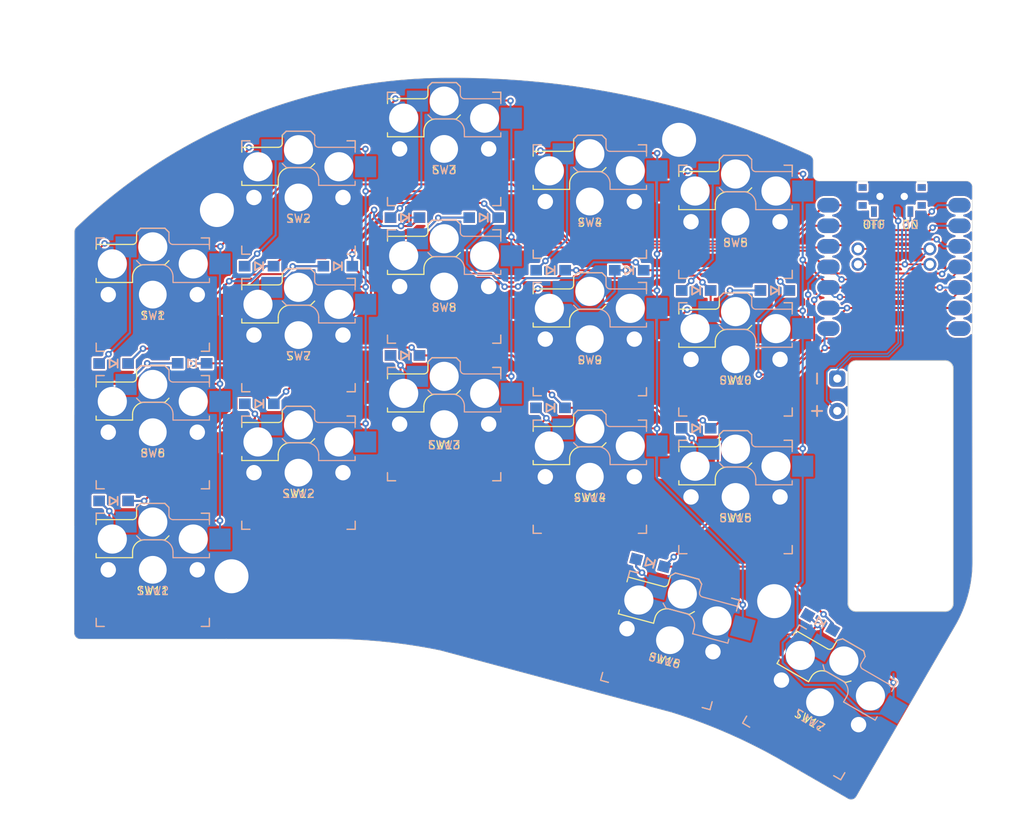
<source format=kicad_pcb>
(kicad_pcb (version 20240108) (generator "pcbnew") (generator_version "8.0")
  (title_block (title "Urxin") (comment 1 "Author: Diego Pereira"))
  (layers (0 "F.Cu" signal) (31 "B.Cu" signal) (34 "B.Paste" user) (35 "F.Paste" user) (36 "B.SilkS" user "B.Silkscreen") (37 "F.SilkS" user "F.Silkscreen") (38 "B.Mask" user) (39 "F.Mask" user) (44 "Edge.Cuts" user))
  (property "FOX" "THE QUICK BROWN FOX JUMPS OVER THE LAZY DOG")
  (property "fox" "the quick brown fox jumps over the lazy dog")
  (net 0 "")
  (net 1 "+5V")
  (net 2 "GND")
  (net 3 "R0")
  (net 4 "Net-(D1-A)")
  (net 5 "R1")
  (net 6 "Net-(D2-A)")
  (net 7 "Net-(D3-A)")
  (net 8 "R2")
  (net 9 "Net-(D4-A)")
  (net 10 "Net-(D5-A)")
  (net 11 "Net-(D6-A)")
  (net 12 "Net-(D7-A)")
  (net 13 "Net-(D8-A)")
  (net 14 "Net-(D9-A)")
  (net 15 "Net-(D10-A)")
  (net 16 "Net-(D11-A)")
  (net 17 "Net-(D12-A)")
  (net 18 "Net-(D13-A)")
  (net 19 "R3")
  (net 20 "Net-(D14-A)")
  (net 21 "Net-(D15-A)")
  (net 22 "Net-(D16-A)")
  (net 23 "Net-(D17-A)")
  (net 24 "Net-(J1-Pin_1)")
  (net 25 "B-")
  (net 27 "B+")
  (net 28 "C0")
  (net 29 "C1")
  (net 30 "C2")
  (net 31 "C3")
  (net 32 "C4")
  (net 33 "+3V3")
  (footprint "urxiao:Kailh_socket_PG1350_1.00u_optional_millmax_reversible" (layer "F.Cu") (at 57.001 79.1005)
    (property "Reference" "SW1")
    (property "Value" "SW_SPST")
  )
  (footprint "urxiao:XIAO_nRF52840_DUAL" (layer "F.Cu") (at 148.571 65.1775)
    (property "Reference" "U1" (hide yes))
    (property "Value" "XIAO_nRF52840" (hide yes))
  )
  (footprint "urxiao:Kailh_socket_PG1350_1.00u_optional_millmax_reversible" (layer "F.Cu") (at 93.001 95.1)
    (property "Reference" "SW13")
    (property "Value" "SW_SPST")
  )
  (footprint "urxiao:Kailh_socket_PG1350_1.00u_optional_millmax_reversible" (layer "F.Cu") (at 111 84.6)
    (property "Reference" "SW9")
    (property "Value" "SW_SPST")
  )
  (footprint "urxiao:Diode_TH_SMD_DUAL" (layer "F.Cu") (at 88.1635 86.6125 180)
    (property "Reference" "D13" (hide yes))
    (property "Value" "D_Small" (hide yes))
  )
  (footprint "urxiao:Diode_TH_SMD_DUAL" (layer "F.Cu") (at 79.8635 75.5875 180)
    (property "Reference" "D7" (hide yes))
    (property "Value" "D_Small" (hide yes))
  )
  (footprint "urxiao:Kailh_socket_PG1350_1.00u_optional_millmax_reversible" (layer "F.Cu") (at 129.001 87.1)
    (property "Reference" "SW10")
    (property "Value" "SW_SPST")
  )
  (footprint "urxiao:Hole_4.2mm" (layer "F.Cu") (at 133.775 116.975)
    (property "Reference" "H4" (hide yes))
    (property "Value" "MountingHole" (hide yes))
  )
  (footprint "urxiao:Diode_TH_SMD_DUAL" (layer "F.Cu") (at 115.8635 76.0875 180)
    (property "Reference" "D9" (hide yes))
    (property "Value" "D_Small" (hide yes))
  )
  (footprint "urxiao:Diode_TH_SMD_DUAL" (layer "F.Cu") (at 106.1635 76.0875 180)
    (property "Reference" "D4" (hide yes))
    (property "Value" "D_Small" (hide yes))
  )
  (footprint "urxiao:Kailh_socket_PG1350_1.00u_optional_millmax_reversible" (layer "F.Cu") (at 93.001 78.1)
    (property "Reference" "SW8")
    (property "Value" "SW_SPST")
  )
  (footprint "urxiao:Hole_4.2mm" (layer "F.Cu") (at 122.025 59.975)
    (property "Reference" "H2" (hide yes))
    (property "Value" "MountingHole" (hide yes))
  )
  (footprint "urxiao:Diode_TH_SMD_DUAL" (layer "F.Cu") (at 52.1635 87.6125 180)
    (property "Reference" "D1" (hide yes))
    (property "Value" "D_Small" (hide yes))
  )
  (footprint "urxiao:Diode_TH_SMD_DUAL" (layer "F.Cu") (at 70.1635 92.5875 180)
    (property "Reference" "D12" (hide yes))
    (property "Value" "D_Small" (hide yes))
  )
  (footprint "urxiao:Diode_TH_SMD_DUAL" (layer "F.Cu") (at 52.1635 104.5875 180)
    (property "Reference" "D11" (hide yes))
    (property "Value" "D_Small" (hide yes))
  )
  (footprint "urxiao:Diode_TH_SMD_DUAL" (layer "F.Cu") (at 97.8885 69.5875 180)
    (property "Reference" "D8" (hide yes))
    (property "Value" "D_Small" (hide yes))
  )
  (footprint "urxiao:Diode_TH_SMD_DUAL" (layer "F.Cu") (at 106.1385 93.0875 180)
    (property "Reference" "D14" (hide yes))
    (property "Value" "D_Small" (hide yes))
  )
  (footprint "urxiao:Battery" (layer "F.Cu") (at 141.575 91.475 90)
    (property "Reference" "J1" (hide yes))
    (property "Value" "BATT" (hide yes))
  )
  (footprint "urxiao:Diode_TH_SMD_DUAL" (layer "F.Cu") (at 133.8635 78.5875 180)
    (property "Reference" "D10" (hide yes))
    (property "Value" "D_Small" (hide yes))
  )
  (footprint "urxiao:Diode_TH_SMD_DUAL" (layer "F.Cu") (at 88.1635 69.5875 180)
    (property "Reference" "D3" (hide yes))
    (property "Value" "D_Small" (hide yes))
  )
  (footprint "urxiao:Kailh_socket_PG1350_1.00u_optional_millmax_reversible" (layer "F.Cu") (at 129.001 104.1)
    (property "Reference" "SW15")
    (property "Value" "SW_SPST")
  )
  (footprint "urxiao:Diode_TH_SMD_DUAL" (layer "F.Cu") (at 139.474 119.6062 150)
    (property "Reference" "D17" (hide yes))
    (property "Value" "D_Small" (hide yes))
  )
  (footprint "urxiao:Kailh_socket_PG1350_1.00u_optional_millmax_reversible" (layer "F.Cu") (at 93.001 61.1)
    (property "Reference" "SW3")
    (property "Value" "SW_SPST")
  )
  (footprint "urxiao:Diode_TH_SMD_DUAL" (layer "F.Cu") (at 70.1385 75.5875 180)
    (property "Reference" "D2" (hide yes))
    (property "Value" "D_Small" (hide yes))
  )
  (footprint "urxiao:Kailh_socket_PG1350_1.00u_optional_millmax_reversible" (layer "F.Cu") (at 111 67.6)
    (property "Reference" "SW4")
    (property "Value" "SW_SPST")
  )
  (footprint "urxiao:Kailh_socket_PG1350_1.00u_optional_millmax_reversible" (layer "F.Cu") (at 75.001 67.1005)
    (property "Reference" "SW2")
    (property "Value" "SW_SPST")
  )
  (footprint "urxiao:Kailh_socket_PG1350_1.00u_optional_millmax_reversible" (layer "F.Cu") (at 139.438 129.4786 -30)
    (property "Reference" "SW17")
    (property "Value" "SW_SPST")
  )
  (footprint "urxiao:Kailh_socket_PG1350_1.00u_optional_millmax_reversible" (layer "F.Cu") (at 120.9 121.7997 -15)
    (property "Reference" "SW16")
    (property "Value" "SW_SPST")
  )
  (footprint "urxiao:Kailh_socket_PG1350_1.00u_optional_millmax_reversible" (layer "F.Cu") (at 57.001 96.1005)
    (property "Reference" "SW6")
    (property "Value" "SW_SPST")
  )
  (footprint "urxiao:Diode_TH_SMD_DUAL" (layer "F.Cu") (at 118.4526 112.2501 165)
    (property "Reference" "D16" (hide yes))
    (property "Value" "D_Small" (hide yes))
  )
  (footprint "urxiao:Hole_4.2mm" (layer "F.Cu") (at 66.725 113.9)
    (property "Reference" "H3" (hide yes))
    (property "Value" "MountingHole" (hide yes))
  )
  (footprint "urxiao:Kailh_socket_PG1350_1.00u_optional_millmax_reversible" (layer "F.Cu") (at 129.001 70.1)
    (property "Reference" "SW5")
    (property "Value" "SW_SPST")
  )
  (footprint "urxiao:Kailh_socket_PG1350_1.00u_optional_millmax_reversible" (layer "F.Cu") (at 111 101.6)
    (property "Reference" "SW14")
    (property "Value" "SW_SPST")
  )
  (footprint "urxiao:Diode_TH_SMD_DUAL" (layer "F.Cu") (at 61.8635 87.5875 180)
    (property "Reference" "D6" (hide yes))
    (property "Value" "D_Small" (hide yes))
  )
  (footprint "urxiao:Kailh_socket_PG1350_1.00u_optional_millmax_reversible" (layer "F.Cu") (at 57.001 113.1005)
    (property "Reference" "SW11")
    (property "Value" "SW_SPST")
  )
  (footprint "urxiao:Kailh_socket_PG1350_1.00u_optional_millmax_reversible" (layer "F.Cu") (at 75.001 101.1005)
    (property "Reference" "SW12")
    (property "Value" "SW_SPST")
  )
  (footprint "urxiao:Diode_TH_SMD_DUAL" (layer "F.Cu") (at 124.1385 95.6125 180)
    (property "Reference" "D15" (hide yes))
    (property "Value" "D_Small" (hide yes))
  )
  (footprint "urxiao:Hole_4.2mm" (layer "F.Cu") (at 64.925 68.65)
    (property "Reference" "H1" (hide yes))
    (property "Value" "MountingHole" (hide yes))
  )
  (footprint "urxiao:Kailh_socket_PG1350_1.00u_optional_millmax_reversible" (layer "F.Cu") (at 75.001 84.1005)
    (property "Reference" "SW7")
    (property "Value" "SW_SPST")
  )
  (footprint "urxiao:Diode_TH_SMD_DUAL" (layer "F.Cu") (at 124.1385 78.5875 180)
    (property "Reference" "D5" (hide yes))
    (property "Value" "D_Small" (hide yes))
  )
  (footprint "urxiao:MSK-12C02_DUAL" (layer "B.Cu") (at 148.351 65.7025 180)
    (property "Reference" "PWR1" (hide yes))
    (property "Value" "SW_SPDT")
  )
  (gr_arc (start 142.9 88.25) (mid 143.192893 87.542893) (end 143.9 87.25) (stroke (width 0.1)) (layer "Edge.Cuts"))
  (gr_arc (start 155.9 117.25) (mid 155.607107 117.957107) (end 154.9 118.25) (stroke (width 0.1)) (layer "Edge.Cuts"))
  (gr_arc (start 48.05 121.65) (mid 47.51967 121.43033) (end 47.3 120.9) (stroke (width 0.05)) (layer "Edge.Cuts"))
  (gr_line (start 158.25 65.825) (end 158.25 86.375) (stroke (width 0.05)) (layer "Edge.Cuts"))
  (gr_arc (start 143.9 118.25) (mid 143.192893 117.957107) (end 142.9 117.25) (stroke (width 0.1)) (layer "Edge.Cuts"))
  (gr_arc (start 47.55 70.8) (mid 68.726271 57.113759) (end 93.480555 52.320731) (stroke (width 0.05)) (layer "Edge.Cuts"))
  (gr_line (start 155.9 88.25) (end 155.9 117.25) (stroke (width 0.1)) (layer "Edge.Cuts"))
  (gr_arc (start 78.65 121.65) (mid 85.639067 122.001372) (end 92.555019 123.069137) (stroke (width 0.05)) (layer "Edge.Cuts"))
  (gr_line (start 156.166593 119.976019) (end 143.923985 141.101401) (stroke (width 0.05)) (layer "Edge.Cuts"))
  (gr_arc (start 158.276969 112.099361) (mid 157.740287 116.176713) (end 156.166593 119.976019) (stroke (width 0.05)) (layer "Edge.Cuts"))
  (gr_arc (start 93.49 52.32) (mid 116.339354 54.639371) (end 138.139398 61.866441) (stroke (width 0.05)) (layer "Edge.Cuts"))
  (gr_arc (start 139.339999 65.07) (mid 138.835835 64.876758) (end 138.59 64.396042) (stroke (width 0.05)) (layer "Edge.Cuts"))
  (gr_arc (start 121.11 130.719939) (mid 128.138539 133.351227) (end 134.834825 136.74) (stroke (width 0.05)) (layer "Edge.Cuts"))
  (gr_line (start 48.05 121.65) (end 66.075 121.65) (stroke (width 0.05)) (layer "Edge.Cuts"))
  (gr_line (start 66.075 121.65) (end 78.65 121.65) (stroke (width 0.05)) (layer "Edge.Cuts"))
  (gr_line (start 138.59 64.396042) (end 138.591276 62.571772) (stroke (width 0.05)) (layer "Edge.Cuts"))
  (gr_arc (start 143.923985 141.101401) (mid 143.469103 141.449883) (end 142.9 141.375) (stroke (width 0.05)) (layer "Edge.Cuts"))
  (gr_line (start 154.9 118.25) (end 143.9 118.25) (stroke (width 0.1)) (layer "Edge.Cuts"))
  (gr_arc (start 47.330209 71.330622) (mid 47.387307 71.043439) (end 47.55 70.8) (stroke (width 0.05)) (layer "Edge.Cuts"))
  (gr_arc (start 154.9 87.25) (mid 155.607107 87.542893) (end 155.9 88.25) (stroke (width 0.1)) (layer "Edge.Cuts"))
  (gr_line (start 139.339999 65.07) (end 157.500206 65.075) (stroke (width 0.05)) (layer "Edge.Cuts"))
  (gr_line (start 134.834825 136.74) (end 142.9 141.375) (stroke (width 0.05)) (layer "Edge.Cuts"))
  (gr_line (start 92.555019 123.069137) (end 109.925 127.725) (stroke (width 0.05)) (layer "Edge.Cuts"))
  (gr_line (start 143.9 87.25) (end 154.9 87.25) (stroke (width 0.1)) (layer "Edge.Cuts"))
  (gr_line (start 158.25 86.375) (end 158.276969 112.099361) (stroke (width 0.05)) (layer "Edge.Cuts"))
  (gr_line (start 47.330209 71.330622) (end 47.3 120.9) (stroke (width 0.05)) (layer "Edge.Cuts"))
  (gr_line (start 109.925 127.725) (end 121.11 130.719939) (stroke (width 0.05)) (layer "Edge.Cuts"))
  (gr_arc (start 138.139398 61.866442) (mid 138.472494 62.150455) (end 138.591276 62.571772) (stroke (width 0.05)) (layer "Edge.Cuts"))
  (gr_arc (start 157.500206 65.075) (mid 158.03033 65.29467) (end 158.25 65.825) (stroke (width 0.05)) (layer "Edge.Cuts"))
  (gr_line (start 142.9 117.25) (end 142.9 88.25) (stroke (width 0.1)) (layer "Edge.Cuts"))
  (segment (start 66.438 77.438) (end 67.2543 76.6217) (width 0.25) (layer "F.Cu") (net 3))
  (segment (start 99.343 77.0625) (end 98.8055 76.525) (width 0.25) (layer "F.Cu") (net 3))
  (segment (start 135.546 85.479) (end 130.341 85.479) (width 0.25) (layer "F.Cu") (net 3))
  (segment (start 53.951 87.6125) (end 55.7925 85.771) (width 0.25) (layer "F.Cu") (net 3))
  (segment (start 137.975 79.1) (end 137.975 83.05) (width 0.25) (layer "F.Cu") (net 3))
  (segment (start 70.8808 75.5875) (end 71.926 75.5875) (width 0.25) (layer "F.Cu") (net 3))
  (segment (start 137.975 83.05) (end 135.546 85.479) (width 0.25) (layer "F.Cu") (net 3))
  (segment (start 93.971 76) (end 89.3826 76) (width 0.25) (layer "F.Cu") (net 3))
  (segment (start 67.2543 76.6217) (end 69.8467 76.6217) (width 0.25) (layer "F.Cu") (net 3))
  (segment (start 112.453 77.0717) (end 111.469 76.0875) (width 0.25) (layer "F.Cu") (net 3))
  (segment (start 155.486 77.225) (end 142.1 77.225) (width 0.2) (layer "F.Cu") (net 3))
  (segment (start 124.919 77.5808) (end 124.09 76.7518) (width 0.25) (layer "F.Cu") (net 3))
  (segment (start 106.976 77.0625) (end 99.343 77.0625) (width 0.25) (layer "F.Cu") (net 3))
  (segment (start 83.076 72.675) (end 85.126 70.625) (width 0.25) (layer "F.Cu") (net 3))
  (segment (start 128.054 83.379) (end 125.926 81.251) (width 0.25) (layer "F.Cu") (net 3))
  (segment (start 58.105 85.771) (end 66.438 77.438) (width 0.25) (layer "F.Cu") (net 3))
  (segment (start 125.926 78.5875) (end 124.919 77.5808) (width 0.25) (layer "F.Cu") (net 3))
  (segment (start 71.926 75.5875) (end 72.901 74.6125) (width 0.25) (layer "F.Cu") (net 3))
  (segment (start 89.3826 76) (end 88.9036 76.479) (width 0.25) (layer "F.Cu") (net 3))
  (segment (start 111.469 76.0875) (end 109.325 76.0875) (width 0.25) (layer "F.Cu") (net 3))
  (segment (start 88.9036 76.479) (end 83.63 76.479) (width 0.25) (layer "F.Cu") (net 3))
  (segment (start 124.09 76.7518) (end 118.999 76.7518) (width 0.25) (layer "F.Cu") (net 3))
  (segment (start 157.034 75.6775) (end 155.486 77.225) (width 0.2) (layer "F.Cu") (net 3))
  (segment (start 55.7925 85.771) (end 58.105 85.771) (width 0.25) (layer "F.Cu") (net 3))
  (segment (start 78.3625 74.6125) (end 84.35 68.625) (width 0.25) (layer "F.Cu") (net 3))
  (segment (start 87.675 70.625) (end 88.9135 70.625) (width 0.25) (layer "F.Cu") (net 3))
  (segment (start 109.325 76.0875) (end 107.951 76.0875) (width 0.25) (layer "F.Cu") (net 3))
  (segment (start 130.341 85.479) (end 128.241 83.379) (width 0.25) (layer "F.Cu") (net 3))
  (segment (start 128.241 83.379) (end 128.054 83.379) (width 0.25) (layer "F.Cu") (net 3))
  (segment (start 69.8467 76.6217) (end 70.8808 75.5875) (width 0.25) (layer "F.Cu") (net 3))
  (segment (start 118.679 77.0717) (end 112.453 77.0717) (width 0.25) (layer "F.Cu") (net 3))
  (segment (start 118.999 76.7518) (end 118.679 77.0717) (width 0.25) (layer "F.Cu") (net 3))
  (segment (start 125.926 81.251) (end 125.926 78.5875) (width 0.25) (layer "F.Cu") (net 3))
  (segment (start 83.63 76.479) (end 83.076 75.925) (width 0.25) (layer "F.Cu") (net 3))
  (segment (start 98.8055 76.525) (end 94.496 76.525) (width 0.25) (layer "F.Cu") (net 3))
  (segment (start 85.126 70.625) (end 87.675 70.625) (width 0.25) (layer "F.Cu") (net 3))
  (segment (start 88.9135 70.625) (end 89.951 69.5875) (width 0.25) (layer "F.Cu") (net 3))
  (segment (start 72.901 74.6125) (end 78.3625 74.6125) (width 0.25) (layer "F.Cu") (net 3))
  (segment (start 94.496 76.525) (end 93.971 76) (width 0.25) (layer "F.Cu") (net 3))
  (segment (start 83.076 75.925) (end 83.076 72.675) (width 0.25) (layer "F.Cu") (net 3))
  (segment (start 107.951 76.0875) (end 106.976 77.0625) (width 0.25) (layer "F.Cu") (net 3))
  (via (at 55.7925 85.771) (size 0.8) (drill 0.4) (layers "F.Cu" "B.Cu") (net 3))
  (via (at 66.438 77.438) (size 0.8) (drill 0.4) (layers "F.Cu" "B.Cu") (net 3))
  (via (at 124.919 77.5808) (size 0.8) (drill 0.4) (layers "F.Cu" "B.Cu") (net 3))
  (via (at 109.325 76.0875) (size 0.8) (drill 0.4) (layers "F.Cu" "B.Cu") (net 3))
  (via (at 137.975 79.1) (size 0.8) (drill 0.4) (layers "F.Cu" "B.Cu") (net 3))
  (via (at 142.1 77.225) (size 0.8) (drill 0.4) (layers "F.Cu" "B.Cu") (net 3))
  (via (at 87.675 70.625) (size 0.8) (drill 0.4) (layers "F.Cu" "B.Cu") (net 3))
  (via (at 84.35 68.625) (size 0.8) (drill 0.4) (layers "F.Cu" "B.Cu") (net 3))
  (segment (start 85.401 70.625) (end 87.675 70.625) (width 0.25) (layer "B.Cu") (net 3))
  (segment (start 107.951 76.0875) (end 109.325 76.0875) (width 0.25) (layer "B.Cu") (net 3))
  (segment (start 88.7125 69.5875) (end 87.675 70.625) (width 0.25) (layer "B.Cu") (net 3))
  (segment (start 84.35 69.574) (end 85.401 70.625) (width 0.25) (layer "B.Cu") (net 3))
  (segment (start 69.113 77.438) (end 66.438 77.438) (width 0.25) (layer "B.Cu") (net 3))
  (segment (start 71.926 75.5875) (end 70.9635 75.5875) (width 0.25) (layer "B.Cu") (net 3))
  (segment (start 142.1 77.225) (end 140.552 75.6775) (width 0.2) (layer "B.Cu") (net 3))
  (segment (start 137.975 77.7035) (end 137.975 79.1) (width 0.25) (layer "B.Cu") (net 3))
  (segment (start 70.9635 75.5875) (end 69.113 77.438) (width 0.25) (layer "B.Cu") (net 3))
  (segment (start 125.926 78.5875) (end 124.919 77.5808) (width 0.25) (layer "B.Cu") (net 3))
  (segment (start 84.35 68.625) (end 84.35 69.574) (width 0.25) (layer "B.Cu") (net 3))
  (segment (start 89.951 69.5875) (end 88.7125 69.5875) (width 0.25) (layer "B.Cu") (net 3))
  (segment (start 53.951 87.6125) (end 55.7925 85.771) (width 0.25) (layer "B.Cu") (net 3))
  (segment (start 140.001 75.6775) (end 137.975 77.7035) (width 0.25) (layer "B.Cu") (net 3))
  (segment (start 48.701 75.124) (end 51.05 72.775) (width 0.25) (layer "F.Cu") (net 4))
  (segment (start 50.376 87.6125) (end 51.5318 86.4568) (width 0.25) (layer "F.Cu") (net 4))
  (via (at 51.5318 86.4568) (size 0.8) (drill 0.4) (layers "F.Cu" "B.Cu") (net 4))
  (via (at 51.05 72.775) (size 0.8) (drill 0.4) (layers "F.Cu" "B.Cu") (net 4))
  (segment (start 54.18 83.8085) (end 54.18 73.4611) (width 0.25) (layer "B.Cu") (net 4))
  (segment (start 51.05 72.775) (end 53.2755 72.775) (width 0.25) (layer "B.Cu") (net 4))
  (segment (start 50.376 87.6125) (end 51.5318 86.4568) (width 0.25) (layer "B.Cu") (net 4))
  (segment (start 51.5318 86.4568) (end 54.18 83.8085) (width 0.25) (layer "B.Cu") (net 4))
  (segment (start 62.025 87.625) (end 63.6135 87.625) (width 0.25) (layer "F.Cu") (net 5))
  (segment (start 86.1742 67.7768) (end 97.8652 67.7768) (width 0.25) (layer "F.Cu") (net 5))
  (segment (start 157.141 78.2175) (end 155.958 79.4) (width 0.2) (layer "F.Cu") (net 5))
  (segment (start 81.651 72.3) (end 86.1742 67.7768) (width 0.25) (layer "F.Cu") (net 5))
  (segment (start 134.544 77.4808) (end 135.651 78.5875) (width 0.25) (layer "F.Cu") (net 5))
  (segment (start 97.8652 67.7768) (end 97.9442 67.8558) (width 0.25) (layer "F.Cu") (net 5))
  (segment (start 135.039 88.975) (end 131.9 88.975) (width 0.25) (layer "F.Cu") (net 5))
  (segment (start 83.956 79.519) (end 83.956 77.856) (width 0.25) (layer "F.Cu") (net 5))
  (segment (start 155.958 79.4) (end 141.9 79.4) (width 0.2) (layer "F.Cu") (net 5))
  (segment (start 79.5827 82.4795) (end 80.9955 82.4795) (width 0.25) (layer "F.Cu") (net 5))
  (segment (start 80.9955 82.4795) (end 83.956 79.519) (width 0.25) (layer "F.Cu") (net 5))
  (segment (start 97.9442 67.8558) (end 99.676 69.5875) (width 0.25) (layer "F.Cu") (net 5))
  (segment (start 117.651 76.0875) (end 133.151 76.0875) (width 0.25) (layer "F.Cu") (net 5))
  (segment (start 138.725 85.2886) (end 135.039 88.975) (width 0.25) (layer "F.Cu") (net 5))
  (segment (start 74.4747 87.5875) (end 79.5827 82.4795) (width 0.25) (layer "F.Cu") (net 5))
  (segment (start 81.651 74.125) (end 81.651 72.3) (width 0.25) (layer "F.Cu") (net 5))
  (segment (start 117.651 76.0875) (end 116.676 75.1125) (width 0.25) (layer "F.Cu") (net 5))
  (segment (start 63.651 87.5875) (end 74.4747 87.5875) (width 0.25) (layer "F.Cu") (net 5))
  (segment (start 100.475 78.125) (end 102.1 78.125) (width 0.25) (layer "F.Cu") (net 5))
  (segment (start 83.956 77.856) (end 81.6875 75.5875) (width 0.25) (layer "F.Cu") (net 5))
  (segment (start 102.1 78.125) (end 102.125 78.1) (width 0.25) (layer "F.Cu") (net 5))
  (segment (start 81.651 75.5875) (end 81.651 74.125) (width 0.25) (layer "F.Cu") (net 5))
  (segment (start 131.9 88.975) (end 131.875 89) (width 0.25) (layer "F.Cu") (net 5))
  (segment (start 138.725 79.75) (end 138.725 85.2886) (width 0.25) (layer "F.Cu") (net 5))
  (segment (start 133.151 76.0875) (end 134.544 77.4808) (width 0.25) (layer "F.Cu") (net 5))
  (via (at 116.676 75.1125) (size 0.8) (drill 0.4) (layers "F.Cu" "B.Cu") (net 5))
  (via (at 102.125 78.1) (size 0.8) (drill 0.4) (layers "F.Cu" "B.Cu") (net 5))
  (via (at 131.875 89) (size 0.8) (drill 0.4) (layers "F.Cu" "B.Cu") (net 5))
  (via (at 138.725 79.75) (size 0.8) (drill 0.4) (layers "F.Cu" "B.Cu") (net 5))
  (via (at 97.9442 67.8558) (size 0.8) (drill 0.4) (layers "F.Cu" "B.Cu") (net 5))
  (via (at 100.475 78.125) (size 0.8) (drill 0.4) (layers "F.Cu" "B.Cu") (net 5))
  (via (at 141.9 79.4) (size 0.8) (drill 0.4) (layers "F.Cu" "B.Cu") (net 5))
  (via (at 62.025 87.625) (size 0.8) (drill 0.4) (layers "F.Cu" "B.Cu") (net 5))
  (via (at 81.651 74.125) (size 0.8) (drill 0.4) (layers "F.Cu" "B.Cu") (net 5))
  (via (at 134.544 77.4808) (size 0.8) (drill 0.4) (layers "F.Cu" "B.Cu") (net 5))
  (segment (start 111.506 75.1125) (end 116.676 75.1125) (width 0.25) (layer "B.Cu") (net 5))
  (segment (start 135.651 78.5875) (end 134.544 77.4808) (width 0.25) (layer "B.Cu") (net 5))
  (segment (start 103.162 77.0625) (end 109.556 77.0625) (width 0.25) (layer "B.Cu") (net 5))
  (segment (start 131.822 88.947) (end 131.875 89) (width 0.25) (layer "B.Cu") (net 5))
  (segment (start 131.822 82.354) (end 131.822 88.947) (width 0.25) (layer "B.Cu") (net 5))
  (segment (start 62.0625 87.5875) (end 62.025 87.625) (width 0.25) (layer "B.Cu") (net 5))
  (segment (start 141.184 79.4) (end 140.001 78.2175) (width 0.2) (layer "B.Cu") (net 5))
  (segment (start 99 76.65) (end 100.475 78.125) (width 0.25) (layer "B.Cu") (net 5))
  (segment (start 141.9 79.4) (end 141.184 79.4) (width 0.2) (layer "B.Cu") (net 5))
  (segment (start 97.175 76.65) (end 99 76.65) (width 0.25) (layer "B.Cu") (net 5))
  (segment (start 140.001 78.474) (end 138.725 79.75) (width 0.25) (layer "B.Cu") (net 5))
  (segment (start 99.676 69.5875) (end 97.9442 67.8558) (width 0.25) (layer "B.Cu") (net 5))
  (segment (start 95.822 73.379) (end 95.822 75.297) (width 0.25) (layer "B.Cu") (net 5))
  (segment (start 81.651 75.5875) (end 81.651 74.125) (width 0.25) (layer "B.Cu") (net 5))
  (segment (start 99.6135 69.5875) (end 95.822 73.379) (width 0.25) (layer "B.Cu") (net 5))
  (segment (start 95.822 75.297) (end 97.175 76.65) (width 0.25) (layer "B.Cu") (net 5))
  (segment (start 109.556 77.0625) (end 111.506 75.1125) (width 0.25) (layer "B.Cu") (net 5))
  (segment (start 116.676 75.1125) (end 117.651 76.0875) (width 0.25) (layer "B.Cu") (net 5))
  (segment (start 63.651 87.5875) (end 62.0625 87.5875) (width 0.25) (layer "B.Cu") (net 5))
  (segment (start 135.588 78.5875) (end 131.822 82.354) (width 0.25) (layer "B.Cu") (net 5))
  (segment (start 102.125 78.1) (end 103.162 77.0625) (width 0.25) (layer "B.Cu") (net 5))
  (segment (start 68.351 75.5875) (end 69.8942 74.0442) (width 0.25) (layer "F.Cu") (net 6))
  (segment (start 66.701 63.3005) (end 68.875 61.1265) (width 0.25) (layer "F.Cu") (net 6))
  (segment (start 68.875 61.1265) (end 68.875 60.925) (width 0.25) (layer "F.Cu") (net 6))
  (via (at 69.8942 74.0442) (size 0.8) (drill 0.4) (layers "F.Cu" "B.Cu") (net 6))
  (via (at 68.875 60.925) (size 0.8) (drill 0.4) (layers "F.Cu" "B.Cu") (net 6))
  (segment (start 69.8942 74.0442) (end 68.351 75.5875) (width 0.25) (layer "B.Cu") (net 6))
  (segment (start 68.875 60.925) (end 71.4255 60.925) (width 0.25) (layer "B.Cu") (net 6))
  (segment (start 72.18 61.6795) (end 72.18 71.7585) (width 0.25) (layer "B.Cu") (net 6))
  (segment (start 72.18 71.7585) (end 69.8942 74.0442) (width 0.25) (layer "B.Cu") (net 6))
  (segment (start 86.376 69.5875) (end 87.5318 68.4318) (width 0.25) (layer "F.Cu") (net 7))
  (segment (start 84.701 57.3) (end 86.975 55.026) (width 0.25) (layer "F.Cu") (net 7))
  (segment (start 86.975 55.026) (end 86.975 54.875) (width 0.25) (layer "F.Cu") (net 7))
  (via (at 87.5318 68.4318) (size 0.8) (drill 0.4) (layers "F.Cu" "B.Cu") (net 7))
  (via (at 86.975 54.875) (size 0.8) (drill 0.4) (layers "F.Cu" "B.Cu") (net 7))
  (segment (start 86.975 54.875) (end 89.376 54.875) (width 0.25) (layer "B.Cu") (net 7))
  (segment (start 87.5318 68.4318) (end 90.18 65.7835) (width 0.25) (layer "B.Cu") (net 7))
  (segment (start 90.18 65.7835) (end 90.18 55.679) (width 0.25) (layer "B.Cu") (net 7))
  (segment (start 86.376 69.5875) (end 87.5318 68.4318) (width 0.25) (layer "B.Cu") (net 7))
  (segment (start 73.4692 91.0692) (end 71.951 92.5875) (width 0.25) (layer "F.Cu") (net 8))
  (segment (start 71.951 92.5875) (end 70.976 91.6125) (width 0.25) (layer "F.Cu") (net 8))
  (segment (start 126.189 95.6125) (end 132.449 89.352) (width 0.25) (layer "F.Cu") (net 8))
  (segment (start 141.502 84.5225) (end 142.176 83.849) (width 0.25) (layer "F.Cu") (net 8))
  (segment (start 142.773 80.7575) (end 157.141 80.7575) (width 0.25) (layer "F.Cu") (net 8))
  (segment (start 119.146 93.0875) (end 107.926 93.0875) (width 0.25) (layer "F.Cu") (net 8))
  (segment (start 140.024 84.5225) (end 141.502 84.5225) (width 0.25) (layer "F.Cu") (net 8))
  (segment (start 67.3385 93.1865) (end 55.9375 104.588) (width 0.25) (layer "F.Cu") (net 8))
  (segment (start 78.901 85.6375) (end 73.4692 91.0692) (width 0.25) (layer "F.Cu") (net 8))
  (segment (start 55.9375 104.588) (end 53.9515 104.588) (width 0.25) (layer "F.Cu") (net 8))
  (segment (start 142.176 81.3549) (end 142.773 80.7575) (width 0.25) (layer "F.Cu") (net 8))
  (segment (start 67.3385 91.6125) (end 67.3385 93.1865) (width 0.25) (layer "F.Cu") (net 8))
  (segment (start 107.926 93.0875) (end 106.332 91.4932) (width 0.25) (layer "F.Cu") (net 8))
  (segment (start 142.176 83.849) (end 142.176 81.3549) (width 0.25) (layer "F.Cu") (net 8))
  (segment (start 136.322 88.225) (end 140.024 84.5225) (width 0.25) (layer "F.Cu") (net 8))
  (segment (start 124.951 94.6375) (end 120.696 94.6375) (width 0.25) (layer "F.Cu") (net 8))
  (segment (start 88.976 85.6375) (end 78.901 85.6375) (width 0.25) (layer "F.Cu") (net 8))
  (segment (start 135.195 89.352) (end 136.322 88.225) (width 0.25) (layer "F.Cu") (net 8))
  (segment (start 70.976 91.6125) (end 67.3385 91.6125) (width 0.25) (layer "F.Cu") (net 8))
  (segment (start 125.926 95.6125) (end 124.951 94.6375) (width 0.25) (layer "F.Cu") (net 8))
  (segment (start 101.451 86.6125) (end 89.951 86.6125) (width 0.25) (layer "F.Cu") (net 8))
  (segment (start 132.449 89.352) (end 135.195 89.352) (width 0.25) (layer "F.Cu") (net 8))
  (segment (start 120.696 94.6375) (end 119.146 93.0875) (width 0.25) (layer "F.Cu") (net 8))
  (segment (start 89.951 86.6125) (end 88.976 85.6375) (width 0.25) (layer "F.Cu") (net 8))
  (segment (start 106.332 91.4932) (end 101.451 86.6125) (width 0.25) (layer "F.Cu") (net 8))
  (via (at 55.9375 104.588) (size 0.8) (drill 0.4) (layers "F.Cu" "B.Cu") (net 8))
  (via (at 142.773 80.7575) (size 0.8) (drill 0.4) (layers "F.Cu" "B.Cu") (net 8))
  (via (at 124.951 94.6375) (size 0.8) (drill 0.4) (layers "F.Cu" "B.Cu") (net 8))
  (via (at 88.976 85.6375) (size 0.8) (drill 0.4) (layers "F.Cu" "B.Cu") (net 8))
  (via (at 73.4692 91.0692) (size 0.8) (drill 0.4) (layers "F.Cu" "B.Cu") (net 8))
  (via (at 106.332 91.4932) (size 0.8) (drill 0.4) (layers "F.Cu" "B.Cu") (net 8))
  (segment (start 89.951 86.6125) (end 88.976 85.6375) (width 0.25) (layer "B.Cu") (net 8))
  (segment (start 125.926 95.6125) (end 124.951 94.6375) (width 0.25) (layer "B.Cu") (net 8))
  (segment (start 71.951 92.5875) (end 73.4692 91.0692) (width 0.25) (layer "B.Cu") (net 8))
  (segment (start 140.001 80.7575) (end 142.773 80.7575) (width 0.25) (layer "B.Cu") (net 8))
  (segment (start 53.9515 104.588) (end 55.9375 104.588) (width 0.25) (layer "B.Cu") (net 8))
  (segment (start 107.926 93.0875) (end 106.332 91.4932) (width 0.25) (layer "B.Cu") (net 8))
  (segment (start 104.376 76.0875) (end 105.519 74.9442) (width 0.25) (layer "F.Cu") (net 9))
  (segment (start 102.7 63.5) (end 104.9 61.3) (width 0.25) (layer "F.Cu") (net 9))
  (via (at 104.9 61.3) (size 0.8) (drill 0.4) (layers "F.Cu" "B.Cu") (net 9))
  (via (at 105.519 74.9442) (size 0.8) (drill 0.4) (layers "F.Cu" "B.Cu") (net 9))
  (segment (start 105.519 74.9442) (end 108.179 72.2845) (width 0.25) (layer "B.Cu") (net 9))
  (segment (start 108.179 72.2845) (end 108.179 62.179) (width 0.25) (layer "B.Cu") (net 9))
  (segment (start 104.376 76.0875) (end 105.519 74.9442) (width 0.25) (layer "B.Cu") (net 9))
  (segment (start 104.9 61.3) (end 107.3 61.3) (width 0.25) (layer "B.Cu") (net 9))
  (segment (start 120.701 66.224) (end 123.1 63.825) (width 0.25) (layer "F.Cu") (net 10))
  (segment (start 122.351 78.5875) (end 123.532 77.4068) (width 0.25) (layer "F.Cu") (net 10))
  (via (at 123.532 77.4068) (size 0.8) (drill 0.4) (layers "F.Cu" "B.Cu") (net 10))
  (via (at 123.1 63.825) (size 0.8) (drill 0.4) (layers "F.Cu" "B.Cu") (net 10))
  (segment (start 123.532 77.4068) (end 126.18 74.7585) (width 0.25) (layer "B.Cu") (net 10))
  (segment (start 122.351 78.5875) (end 123.532 77.4068) (width 0.25) (layer "B.Cu") (net 10))
  (segment (start 123.1 63.825) (end 125.326 63.825) (width 0.25) (layer "B.Cu") (net 10))
  (segment (start 126.18 74.7585) (end 126.18 64.679) (width 0.25) (layer "B.Cu") (net 10))
  (segment (start 56.314 87.5875) (end 53.78 90.1215) (width 0.25) (layer "F.Cu") (net 11))
  (segment (start 50.88 90.1215) (end 48.701 92.3005) (width 0.25) (layer "F.Cu") (net 11))
  (segment (start 60.076 87.5875) (end 56.314 87.5875) (width 0.25) (layer "F.Cu") (net 11))
  (segment (start 53.78 90.1215) (end 50.88 90.1215) (width 0.25) (layer "F.Cu") (net 11))
  (via (at 56.314 87.5875) (size 0.8) (drill 0.4) (layers "F.Cu" "B.Cu") (net 11))
  (segment (start 53.701 90.2005) (end 56.314 87.5875) (width 0.25) (layer "B.Cu") (net 11))
  (segment (start 56.314 87.5875) (end 60.076 87.5875) (width 0.25) (layer "B.Cu") (net 11))
  (segment (start 74.314 75.5875) (end 74.2882 75.6132) (width 0.25) (layer "F.Cu") (net 12))
  (segment (start 73.329 76.5725) (end 74.2882 75.6132) (width 0.25) (layer "F.Cu") (net 12))
  (segment (start 78.076 75.5875) (end 74.314 75.5875) (width 0.25) (layer "F.Cu") (net 12))
  (segment (start 70.429 76.5725) (end 73.329 76.5725) (width 0.25) (layer "F.Cu") (net 12))
  (segment (start 66.701 80.3005) (end 70.429 76.5725) (width 0.25) (layer "F.Cu") (net 12))
  (via (at 74.2882 75.6132) (size 0.8) (drill 0.4) (layers "F.Cu" "B.Cu") (net 12))
  (segment (start 71.701 78.2005) (end 74.2882 75.6132) (width 0.25) (layer "B.Cu") (net 12))
  (segment (start 74.2882 75.6132) (end 74.314 75.5875) (width 0.25) (layer "B.Cu") (net 12))
  (segment (start 74.314 75.5875) (end 78.076 75.5875) (width 0.25) (layer "B.Cu") (net 12))
  (segment (start 92.2755 69.6255) (end 92.5005 69.6255) (width 0.25) (layer "F.Cu") (net 13))
  (segment (start 92.5385 69.5875) (end 96.101 69.5875) (width 0.25) (layer "F.Cu") (net 13))
  (segment (start 92.5005 69.6255) (end 92.5385 69.5875) (width 0.25) (layer "F.Cu") (net 13))
  (segment (start 89.78 72.121) (end 92.2755 69.6255) (width 0.25) (layer "F.Cu") (net 13))
  (segment (start 84.701 74.3) (end 86.88 72.121) (width 0.25) (layer "F.Cu") (net 13))
  (segment (start 86.88 72.121) (end 89.78 72.121) (width 0.25) (layer "F.Cu") (net 13))
  (via (at 92.2755 69.6255) (size 0.8) (drill 0.4) (layers "F.Cu" "B.Cu") (net 13))
  (segment (start 89.701 72.2) (end 92.2755 69.6255) (width 0.25) (layer "B.Cu") (net 13))
  (segment (start 92.3135 69.5875) (end 96.101 69.5875) (width 0.25) (layer "B.Cu") (net 13))
  (segment (start 92.2755 69.6255) (end 92.3135 69.5875) (width 0.25) (layer "B.Cu") (net 13))
  (segment (start 115.412 76.0875) (end 115.425 76.1) (width 0.25) (layer "F.Cu") (net 14))
  (segment (start 102.7 80.225) (end 104.575 78.35) (width 0.25) (layer "F.Cu") (net 14))
  (segment (start 114.076 76.0875) (end 115.412 76.0875) (width 0.25) (layer "F.Cu") (net 14))
  (via (at 104.575 78.35) (size 0.8) (drill 0.4) (layers "F.Cu" "B.Cu") (net 14))
  (via (at 115.425 76.1) (size 0.8) (drill 0.4) (layers "F.Cu" "B.Cu") (net 14))
  (segment (start 107.7 78.7) (end 109.879 80.879) (width 0.25) (layer "B.Cu") (net 14))
  (segment (start 109.879 80.879) (end 111.903 80.879) (width 0.25) (layer "B.Cu") (net 14))
  (segment (start 104.6 78.375) (end 107.375 78.375) (width 0.25) (layer "B.Cu") (net 14))
  (segment (start 104.575 78.35) (end 104.6 78.375) (width 0.25) (layer "B.Cu") (net 14))
  (segment (start 111.903 80.879) (end 114.076 78.7056) (width 0.25) (layer "B.Cu") (net 14))
  (segment (start 114.076 78.7056) (end 114.076 76.0875) (width 0.25) (layer "B.Cu") (net 14))
  (segment (start 115.425 76.1) (end 114.088 76.1) (width 0.25) (layer "B.Cu") (net 14))
  (segment (start 120.701 83.3) (end 123.025 80.976) (width 0.25) (layer "F.Cu") (net 15))
  (segment (start 123.025 80.976) (end 123.025 80.975) (width 0.25) (layer "F.Cu") (net 15))
  (segment (start 132.076 78.5875) (end 128.314 78.5875) (width 0.25) (layer "F.Cu") (net 15))
  (via (at 123.025 80.975) (size 0.8) (drill 0.4) (layers "F.Cu" "B.Cu") (net 15))
  (via (at 128.314 78.5875) (size 0.8) (drill 0.4) (layers "F.Cu" "B.Cu") (net 15))
  (segment (start 128.314 78.5875) (end 126.1633 80.7378) (width 0.25) (layer "B.Cu") (net 15))
  (segment (start 132.076 78.5875) (end 128.314 78.5875) (width 0.25) (layer "B.Cu") (net 15))
  (segment (start 123.025 80.975) (end 125.476 80.975) (width 0.25) (layer "B.Cu") (net 15))
  (segment (start 51.6318 105.843) (end 51.6318 106.588) (width 0.25) (layer "F.Cu") (net 16))
  (segment (start 50.376 104.588) (end 51.6318 105.843) (width 0.25) (layer "F.Cu") (net 16))
  (segment (start 51.6318 106.588) (end 48.9194 109.3) (width 0.25) (layer "F.Cu") (net 16))
  (via (at 51.6318 105.843) (size 0.8) (drill 0.4) (layers "F.Cu" "B.Cu") (net 16))
  (segment (start 51.0039 105.2155) (end 50.376 104.588) (width 0.25) (layer "B.Cu") (net 16))
  (segment (start 51.6318 105.843) (end 51.0039 105.2155) (width 0.25) (layer "B.Cu") (net 16))
  (segment (start 51.0039 105.2155) (end 50.376 104.5876) (width 0.25) (layer "B.Cu") (net 16))
  (segment (start 52.989 107.2) (end 51.6318 105.843) (width 0.25) (layer "B.Cu") (net 16))
  (segment (start 66.701 97.3005) (end 69.6192 94.3822) (width 0.25) (layer "F.Cu") (net 17))
  (segment (start 69.6192 94.3822) (end 69.6192 93.8308) (width 0.25) (layer "F.Cu") (net 17))
  (segment (start 69.6192 93.8308) (end 68.376 92.5875) (width 0.25) (layer "F.Cu") (net 17))
  (via (at 69.6192 93.8308) (size 0.8) (drill 0.4) (layers "F.Cu" "B.Cu") (net 17))
  (segment (start 70.989 95.2005) (end 69.6192 93.8308) (width 0.25) (layer "B.Cu") (net 17))
  (segment (start 69.6192 93.8308) (end 68.376 92.5875) (width 0.25) (layer "B.Cu") (net 17))
  (segment (start 84.9194 91.3) (end 87.6068 88.6127) (width 0.25) (layer "F.Cu") (net 18))
  (segment (start 87.6068 88.6127) (end 87.6068 87.8432) (width 0.25) (layer "F.Cu") (net 18))
  (segment (start 86.376 86.6125) (end 87.6068 87.8432) (width 0.25) (layer "F.Cu") (net 18))
  (via (at 87.6068 87.8432) (size 0.8) (drill 0.4) (layers "F.Cu" "B.Cu") (net 18))
  (segment (start 88.9635 89.2) (end 87.6068 87.8432) (width 0.25) (layer "B.Cu") (net 18))
  (segment (start 87.6068 87.8432) (end 86.376 86.6125) (width 0.25) (layer "B.Cu") (net 18))
  (segment (start 120.775 112.117) (end 120.7749 112.117) (width 0.25) (layer "F.Cu") (net 19))
  (segment (start 139.874 118.601) (end 133.985 112.713) (width 0.25) (layer "F.Cu") (net 19))
  (segment (start 120.179 112.713) (end 120.775 112.117) (width 0.25) (layer "F.Cu") (net 19))
  (segment (start 126.822 97.2974) (end 134.39 89.729) (width 0.25) (layer "F.Cu") (net 19))
  (segment (start 126.822 106.07) (end 126.822 97.2974) (width 0.25) (layer "F.Cu") (net 19))
  (segment (start 140.025 85.675) (end 140.95 85.675) (width 0.25) (layer "F.Cu") (net 19))
  (segment (start 134.39 89.729) (end 135.971 89.729) (width 0.25) (layer "F.Cu") (net 19))
  (segment (start 141.022 120.4999) (end 141.022 119.749) (width 0.25) (layer "F.Cu") (net 19))
  (segment (start 120.7749 112.117) (end 120.1792 112.7127) (width 0.25) (layer "F.Cu") (net 19))
  (segment (start 133.985 112.713) (end 120.179 112.713) (width 0.25) (layer "F.Cu") (net 19))
  (segment (start 141.022 119.749) (end 139.874 118.601) (width 0.25) (layer "F.Cu") (net 19))
  (segment (start 157.11846 83.275) (end 157.14096 83.2975) (width 0.25) (layer "F.Cu") (net 19))
  (segment (start 143.35 83.275) (end 157.11846 83.275) (width 0.25) (layer "F.Cu") (net 19))
  (segment (start 121.371 111.521) (end 126.822 106.07) (width 0.25) (layer "F.Cu") (net 19))
  (segment (start 120.775 112.117) (end 121.371 111.521) (width 0.25) (layer "F.Cu") (net 19))
  (segment (start 140.95 85.675) (end 143.35 83.275) (width 0.25) (layer "F.Cu") (net 19))
  (segment (start 135.971 89.729) (end 140.025 85.675) (width 0.25) (layer "F.Cu") (net 19))
  (via (at 140.025 85.675) (size 0.8) (drill 0.4) (layers "F.Cu" "B.Cu") (net 19))
  (via (at 139.874 118.601) (size 0.8) (drill 0.4) (layers "F.Cu" "B.Cu") (net 19))
  (via (at 121.371 111.521) (size 0.8) (drill 0.4) (layers "F.Cu" "B.Cu") (net 19))
  (segment (start 140.001 85.651) (end 140.025 85.675) (width 0.25) (layer "B.Cu") (net 19))
  (segment (start 120.775 112.117) (end 121.371 111.521) (width 0.25) (layer "B.Cu") (net 19))
  (segment (start 141.022 119.749) (end 139.874 118.601) (width 0.25) (layer "B.Cu") (net 19))
  (segment (start 140.001 83.2975) (end 140.001 85.651) (width 0.25) (layer "B.Cu") (net 19))
  (segment (start 120.775 112.117) (end 120.7749 112.117) (width 0.25) (layer "B.Cu") (net 19))
  (segment (start 120.7749 112.117) (end 120.1792 112.7127) (width 0.25) (layer "B.Cu") (net 19))
  (segment (start 141.022 120.4999) (end 141.022 119.749) (width 0.25) (layer "B.Cu") (net 19))
  (segment (start 120.179 112.713) (end 120.775 112.117) (width 0.25) (layer "B.Cu") (net 19))
  (segment (start 102.7 97.3) (end 105.632 94.3682) (width 0.25) (layer "F.Cu") (net 20))
  (segment (start 104.351 93.0875) (end 105.632 94.3682) (width 0.25) (layer "F.Cu") (net 20))
  (via (at 105.632 94.3682) (size 0.8) (drill 0.4) (layers "F.Cu" "B.Cu") (net 20))
  (segment (start 106.964 95.7) (end 105.632 94.3682) (width 0.25) (layer "B.Cu") (net 20))
  (segment (start 105.632 94.3682) (end 104.351 93.0875) (width 0.25) (layer "B.Cu") (net 20))
  (segment (start 123.582 97.4192) (end 123.582 96.8432) (width 0.25) (layer "F.Cu") (net 21))
  (segment (start 120.701 100.3) (end 123.582 97.4192) (width 0.25) (layer "F.Cu") (net 21))
  (segment (start 122.351 95.6125) (end 123.582 96.8432) (width 0.25) (layer "F.Cu") (net 21))
  (via (at 123.582 96.8432) (size 0.8) (drill 0.4) (layers "F.Cu" "B.Cu") (net 21))
  (segment (start 123.582 96.8432) (end 122.351 95.6125) (width 0.25) (layer "B.Cu") (net 21))
  (segment (start 124.938 98.2) (end 123.582 96.8432) (width 0.25) (layer "B.Cu") (net 21))
  (segment (start 116.726 111.7875) (end 116.726 112.733) (width 0.25) (layer "F.Cu") (net 22))
  (segment (start 113.8662 115.9809) (end 116.394 113.454) (width 0.25) (layer "F.Cu") (net 22))
  (segment (start 116.394 113.454) (end 117.446 113.454) (width 0.25) (layer "F.Cu") (net 22))
  (segment (start 116.726 112.733) (end 117.446 113.454) (width 0.25) (layer "F.Cu") (net 22))
  (via (at 117.446 113.454) (size 0.8) (drill 0.4) (layers "F.Cu" "B.Cu") (net 22))
  (segment (start 119.239 115.247) (end 117.446 113.454) (width 0.25) (layer "B.Cu") (net 22))
  (segment (start 117.446 113.454) (end 116.726 112.733) (width 0.25) (layer "B.Cu") (net 22))
  (segment (start 116.726 112.733) (end 116.726 111.7875) (width 0.25) (layer "B.Cu") (net 22))
  (segment (start 135.102 121.086) (end 137.964 121.086) (width 0.25) (layer "F.Cu") (net 23))
  (segment (start 137.964 121.086) (end 139.132 119.918) (width 0.25) (layer "F.Cu") (net 23))
  (segment (start 138.5285 119.315) (end 137.926 118.7125) (width 0.25) (layer "F.Cu") (net 23))
  (segment (start 134.626 121.562) (end 135.102 121.086) (width 0.25) (layer "F.Cu") (net 23))
  (segment (start 137.926 118.712) (end 138.529 119.315) (width 0.25) (layer "F.Cu") (net 23))
  (segment (start 138.529 119.315) (end 138.5285 119.315) (width 0.25) (layer "F.Cu") (net 23))
  (segment (start 138.529 119.315) (end 139.132 119.918) (width 0.25) (layer "F.Cu") (net 23))
  (via (at 139.132 119.918) (size 0.8) (drill 0.4) (layers "F.Cu" "B.Cu") (net 23))
  (segment (start 139.53 121.518) (end 139.53 120.317) (width 0.25) (layer "B.Cu") (net 23))
  (segment (start 139.53 120.317) (end 139.132 119.918) (width 0.25) (layer "B.Cu") (net 23))
  (segment (start 139.132 119.918) (end 138.529 119.315) (width 0.25) (layer "B.Cu") (net 23))
  (segment (start 138.5285 119.315) (end 137.926 118.7125) (width 0.25) (layer "B.Cu") (net 23))
  (segment (start 138.529 119.315) (end 138.5285 119.315) (width 0.25) (layer "B.Cu") (net 23))
  (segment (start 138.529 119.315) (end 137.926 118.712) (width 0.25) (layer "B.Cu") (net 23))
  (segment (start 147.944 68.8425) (end 149.101 70) (width 0.2) (layer "F.Cu") (net 24))
  (segment (start 147.601 68.8425) (end 147.944 68.8425) (width 0.2) (layer "F.Cu") (net 24))
  (via (at 149.101 70) (size 0.8) (drill 0.4) (layers "F.Cu" "B.Cu") (net 24))
  (segment (start 149.101 85.074) (end 149.101 70) (width 0.2) (layer "B.Cu") (net 24))
  (segment (start 141.413 88.175) (end 143.165 86.423) (width 0.2) (layer "B.Cu") (net 24))
  (segment (start 149.101 70) (end 149.101 68.8425) (width 0.2) (layer "B.Cu") (net 24))
  (segment (start 140.736 88.175) (end 141.413 88.175) (width 0.2) (layer "B.Cu") (net 24))
  (segment (start 143.165 86.423) (end 147.752 86.423) (width 0.2) (layer "B.Cu") (net 24))
  (segment (start 140.275 88.6364) (end 140.736 88.175) (width 0.2) (layer "B.Cu") (net 24))
  (segment (start 147.752 86.423) (end 149.101 85.074) (width 0.2) (layer "B.Cu") (net 24))
  (segment (start 141.575 93.475) (end 140.275 92.175) (width 0.2) (layer "B.Cu") (net 24))
  (segment (start 140.275 92.175) (end 140.275 88.6364) (width 0.2) (layer "B.Cu") (net 24))
  (segment (start 144.126 73.4555) (end 153.016 73.4555) (width 0.2) (layer "F.Cu") (net 25))
  (segment (start 147.887 86.75) (end 149.428 85.2094) (width 0.2) (layer "B.Cu") (net 25))
  (segment (start 149.428 85.2094) (end 149.428 77.0435) (width 0.2) (layer "B.Cu") (net 25))
  (segment (start 143.3 86.75) (end 147.887 86.75) (width 0.2) (layer "B.Cu") (net 25))
  (segment (start 141.575 88.475) (end 143.3 86.75) (width 0.2) (layer "B.Cu") (net 25))
  (segment (start 149.428 77.0435) (end 153.016 73.4555) (width 0.2) (layer "B.Cu") (net 25))
  (segment (start 141.575 89.475) (end 141.575 88.475) (width 0.2) (layer "B.Cu") (net 25))
  (segment (start 150.601 69.927) (end 150.052 70.4765) (width 0.2) (layer "F.Cu") (net 27))
  (segment (start 144.126 75.3605) (end 149.925 75.3605) (width 0.2) (layer "F.Cu") (net 27))
  (segment (start 149.925 75.3605) (end 153.016 75.3605) (width 0.2) (layer "F.Cu") (net 27))
  (segment (start 150.601 68.8425) (end 150.601 69.927) (width 0.2) (layer "F.Cu") (net 27))
  (via (at 149.925 75.3605) (size 0.8) (drill 0.4) (layers "F.Cu" "B.Cu") (net 27))
  (via (at 150.052 70.4765) (size 0.8) (drill 0.4) (layers "F.Cu" "B.Cu") (net 27))
  (segment (start 150.601 69.927) (end 150.052 70.4765) (width 0.2) (layer "B.Cu") (net 27))
  (segment (start 150.052 75.2335) (end 149.925 75.3605) (width 0.2) (layer "B.Cu") (net 27))
  (segment (start 150.601 68.8425) (end 150.601 69.927) (width 0.2) (layer "B.Cu") (net 27))
  (segment (start 150.052 70.4765) (end 150.052 75.2335) (width 0.2) (layer "B.Cu") (net 27))
  (segment (start 60.38 90.1215) (end 65.2975 90.1215) (width 0.25) (layer "F.Cu") (net 28))
  (segment (start 65.3215 73.1215) (end 65.35 73.15) (width 0.25) (layer "F.Cu") (net 28))
  (segment (start 140.001 68.0575) (end 135.534 72.525) (width 0.25) (layer "F.Cu") (net 28))
  (segment (start 76.3407 65.4795) (end 75.8682 65.007) (width 0.25) (layer "F.Cu") (net 28))
  (segment (start 108.546 72.525) (end 101.5 65.4795) (width 0.25) (layer "F.Cu") (net 28))
  (segment (start 65.2975 90.1215) (end 65.301 90.125) (width 0.25) (layer "F.Cu") (net 28))
  (segment (start 60.4765 107.025) (end 65.301 107.025) (width 0.25) (layer "F.Cu") (net 28))
  (segment (start 135.534 72.525) (end 108.546 72.525) (width 0.25) (layer "F.Cu") (net 28))
  (segment (start 73.493 65.007) (end 65.35 73.15) (width 0.25) (layer "F.Cu") (net 28))
  (segment (start 60.38 73.1215) (end 65.3215 73.1215) (width 0.25) (layer "F.Cu") (net 28))
  (segment (start 101.5 65.4795) (end 76.3407 65.4795) (width 0.25) (layer "F.Cu") (net 28))
  (segment (start 150.944 71.1315) (end 153.25 68.825) (width 0.25) (layer "F.Cu") (net 28))
  (segment (start 140.001 68.0575) (end 143.126 68.0575) (width 0.25) (layer "F.Cu") (net 28))
  (segment (start 146.2 71.1315) (end 150.944 71.1315) (width 0.25) (layer "F.Cu") (net 28))
  (segment (start 143.126 68.0575) (end 146.2 71.1315) (width 0.25) (layer "F.Cu") (net 28))
  (segment (start 75.8682 65.007) (end 73.493 65.007) (width 0.25) (layer "F.Cu") (net 28))
  (via (at 65.301 107.025) (size 0.8) (drill 0.4) (layers "F.Cu" "B.Cu") (net 28))
  (via (at 153.25 68.825) (size 0.8) (drill 0.4) (layers "F.Cu" "B.Cu") (net 28))
  (via (at 65.301 90.125) (size 0.8) (drill 0.4) (layers "F.Cu" "B.Cu") (net 28))
  (via (at 65.35 73.15) (size 0.8) (drill 0.4) (layers "F.Cu" "B.Cu") (net 28))
  (segment (start 65.301 109.3) (end 65.301 107.025) (width 0.25) (layer "B.Cu") (net 28))
  (segment (start 65.301 107.025) (end 65.301 92.3005) (width 0.25) (layer "B.Cu") (net 28))
  (segment (start 154.018 68.0575) (end 157.141 68.0575) (width 0.25) (layer "B.Cu") (net 28))
  (segment (start 65.35 73.15) (end 65.35 75.2515) (width 0.25) (layer "B.Cu") (net 28))
  (segment (start 65.301 90.125) (end 65.301 75.3005) (width 0.25) (layer "B.Cu") (net 28))
  (segment (start 65.301 92.3005) (end 65.301 90.125) (width 0.25) (layer "B.Cu") (net 28))
  (segment (start 153.25 68.825) (end 154.018 68.0575) (width 0.25) (layer "B.Cu") (net 28))
  (segment (start 108.389 72.902) (end 101.812 66.325) (width 0.25) (layer "F.Cu") (net 29))
  (segment (start 83.2535 61.1215) (end 83.275 61.1) (width 0.25) (layer "F.Cu") (net 29))
  (segment (start 78.38 95.1215) (end 83.2045 95.1215) (width 0.25) (layer "F.Cu") (net 29))
  (segment (start 153.35 70.825) (end 152.45 71.725) (width 0.25) (layer "F.Cu") (net 29))
  (segment (start 101.812 66.325) (end 83.301 66.325) (width 0.25) (layer "F.Cu") (net 29))
  (segment (start 78.38 61.1215) (end 83.2535 61.1215) (width 0.25) (layer "F.Cu") (net 29))
  (segment (start 83.2045 95.1215) (end 83.301 95.025) (width 0.25) (layer "F.Cu") (net 29))
  (segment (start 143.925 71.725) (end 142.7975 70.5975) (width 0.25) (layer "F.Cu") (net 29))
  (segment (start 142.7975 70.5975) (end 140.00104 70.5975) (width 0.25) (layer "F.Cu") (net 29))
  (segment (start 78.38 78.1215) (end 83.2725 78.1215) (width 0.25) (layer "F.Cu") (net 29))
  (segment (start 140.001 70.5975) (end 137.994 70.5975) (width 0.25) (layer "F.Cu") (net 29))
  (segment (start 135.911 72.6812) (end 135.69 72.902) (width 0.25) (layer "F.Cu") (net 29))
  (segment (start 152.45 71.725) (end 143.925 71.725) (width 0.25) (layer "F.Cu") (net 29))
  (segment (start 135.69 72.902) (end 108.389 72.902) (width 0.25) (layer "F.Cu") (net 29))
  (segment (start 137.994 70.5975) (end 135.911 72.6812) (width 0.25) (layer "F.Cu") (net 29))
  (segment (start 83.2725 78.1215) (end 83.301 78.15) (width 0.25) (layer "F.Cu") (net 29))
  (via (at 83.275 61.1) (size 0.8) (drill 0.4) (layers "F.Cu" "B.Cu") (net 29))
  (via (at 153.35 70.825) (size 0.8) (drill 0.4) (layers "F.Cu" "B.Cu") (net 29))
  (via (at 83.301 95.025) (size 0.8) (drill 0.4) (layers "F.Cu" "B.Cu") (net 29))
  (via (at 83.301 66.325) (size 0.8) (drill 0.4) (layers "F.Cu" "B.Cu") (net 29))
  (via (at 83.301 78.15) (size 0.8) (drill 0.4) (layers "F.Cu" "B.Cu") (net 29))
  (segment (start 157.14096 70.5975) (end 153.5775 70.5975) (width 0.25) (layer "B.Cu") (net 29))
  (segment (start 83.301 95.025) (end 83.301 80.3005) (width 0.25) (layer "B.Cu") (net 29))
  (segment (start 83.301 80.3005) (end 83.301 78.15) (width 0.25) (layer "B.Cu") (net 29))
  (segment (start 153.5775 70.5975) (end 153.35 70.825) (width 0.25) (layer "B.Cu") (net 29))
  (segment (start 83.275 61.1) (end 83.275 63.2745) (width 0.25) (layer "B.Cu") (net 29))
  (segment (start 83.301 78.15) (end 83.301 66.325) (width 0.25) (layer "B.Cu") (net 29))
  (segment (start 83.301 97.3005) (end 83.301 95.025) (width 0.25) (layer "B.Cu") (net 29))
  (segment (start 83.301 66.325) (end 83.301 63.3005) (width 0.25) (layer "B.Cu") (net 29))
  (segment (start 101.155 72.121) (end 101.301 71.975) (width 0.25) (layer "F.Cu") (net 30))
  (segment (start 143.716 72.275) (end 153.85 72.275) (width 0.25) (layer "F.Cu") (net 30))
  (segment (start 96.38 72.121) (end 101.155 72.121) (width 0.25) (layer "F.Cu") (net 30))
  (segment (start 139.86 73.279) (end 102.605 73.279) (width 0.25) (layer "F.Cu") (net 30))
  (segment (start 102.605 73.279) (end 101.301 71.975) (width 0.25) (layer "F.Cu") (net 30))
  (segment (start 96.38 89.121) (end 101.222 89.121) (width 0.25) (layer "F.Cu") (net 30))
  (segment (start 143.001 72.9895) (end 140.14904 72.9895) (width 0.25) (layer "F.Cu") (net 30))
  (segment (start 143.001 72.9895) (end 143.716 72.275) (width 0.25) (layer "F.Cu") (net 30))
  (segment (start 101.222 89.121) (end 101.301 89.2) (width 0.25) (layer "F.Cu") (net 30))
  (segment (start 101.171 55.121) (end 101.2 55.15) (width 0.25) (layer "F.Cu") (net 30))
  (segment (start 96.38 55.121) (end 101.171 55.121) (width 0.25) (layer "F.Cu") (net 30))
  (via (at 101.301 71.975) (size 0.8) (drill 0.4) (layers "F.Cu" "B.Cu") (net 30))
  (via (at 101.301 89.2) (size 0.8) (drill 0.4) (layers "F.Cu" "B.Cu") (net 30))
  (via (at 101.2 55.15) (size 0.8) (drill 0.4) (layers "F.Cu" "B.Cu") (net 30))
  (via (at 153.85 72.275) (size 0.8) (drill 0.4) (layers "F.Cu" "B.Cu") (net 30))
  (segment (start 153.85 72.275) (end 154.712 73.1375) (width 0.25) (layer "B.Cu") (net 30))
  (segment (start 101.301 71.975) (end 101.301 57.3) (width 0.25) (layer "B.Cu") (net 30))
  (segment (start 101.301 89.2) (end 101.301 74.3) (width 0.25) (layer "B.Cu") (net 30))
  (segment (start 101.301 74.3) (end 101.301 71.975) (width 0.25) (layer "B.Cu") (net 30))
  (segment (start 101.2 55.15) (end 101.2 57.199) (width 0.25) (layer "B.Cu") (net 30))
  (segment (start 154.712 73.1375) (end 157.141 73.1375) (width 0.25) (layer "B.Cu") (net 30))
  (segment (start 101.301 91.3) (end 101.301 89.2) (width 0.25) (layer "B.Cu") (net 30))
  (segment (start 140.809 76.4855) (end 154.46 76.4855) (width 0.25) (layer "F.Cu") (net 31))
  (segment (start 154.46 76.4855) (end 154.525 76.55) (width 0.25) (layer "F.Cu") (net 31))
  (segment (start 119.321 61.621) (end 119.325 61.625) (width 0.25) (layer "F.Cu") (net 31))
  (segment (start 114.4 78.6) (end 119.3 78.6) (width 0.25) (layer "F.Cu") (net 31))
  (segment (start 140.001 75.6775) (end 137.999 73.675) (width 0.25) (layer "F.Cu") (net 31))
  (segment (start 114.379 61.621) (end 119.321 61.621) (width 0.25) (layer "F.Cu") (net 31))
  (segment (start 137.999 73.675) (end 119.7 73.675) (width 0.25) (layer "F.Cu") (net 31))
  (segment (start 119.271 95.621) (end 119.3 95.65) (width 0.25) (layer "F.Cu") (net 31))
  (segment (start 125.615 116.955) (end 129.431 116.955) (width 0.25) (layer "F.Cu") (net 31))
  (segment (start 119.7 73.675) (end 119.3 74.075) (width 0.25) (layer "F.Cu") (net 31))
  (segment (start 129.431 116.955) (end 129.901 117.425) (width 0.25) (layer "F.Cu") (net 31))
  (segment (start 114.379 95.621) (end 119.271 95.621) (width 0.25) (layer "F.Cu") (net 31))
  (segment (start 140.001 75.6775) (end 140.809 76.4855) (width 0.25) (layer "F.Cu") (net 31))
  (via (at 119.325 61.625) (size 0.8) (drill 0.4) (layers "F.Cu" "B.Cu") (net 31))
  (via (at 154.525 76.55) (size 0.8) (drill 0.4) (layers "F.Cu" "B.Cu") (net 31))
  (via (at 119.3 74.075) (size 0.8) (drill 0.4) (layers "F.Cu" "B.Cu") (net 31))
  (via (at 119.3 95.65) (size 0.8) (drill 0.4) (layers "F.Cu" "B.Cu") (net 31))
  (via (at 129.901 117.425) (size 0.8) (drill 0.4) (layers "F.Cu" "B.Cu") (net 31))
  (via (at 119.3 78.6) (size 0.8) (drill 0.4) (layers "F.Cu" "B.Cu") (net 31))
  (segment (start 119.325 61.625) (end 119.325 63.775) (width 0.25) (layer "B.Cu") (net 31))
  (segment (start 119.3 74.075) (end 119.3 78.6) (width 0.25) (layer "B.Cu") (net 31))
  (segment (start 154.525 76.55) (end 155.398 75.6775) (width 0.25) (layer "B.Cu") (net 31))
  (segment (start 129.901 117.425) (end 129.901 112.379) (width 0.25) (layer "B.Cu") (net 31))
  (segment (start 119.3 101.778) (end 119.3 97.8) (width 0.25) (layer "B.Cu") (net 31))
  (segment (start 129.901 112.379) (end 119.3 101.778) (width 0.25) (layer "B.Cu") (net 31))
  (segment (start 119.3 78.6) (end 119.3 80.8) (width 0.25) (layer "B.Cu") (net 31))
  (segment (start 119.3 97.8) (end 119.3 95.65) (width 0.25) (layer "B.Cu") (net 31))
  (segment (start 119.3 63.8) (end 119.3 74.075) (width 0.25) (layer "B.Cu") (net 31))
  (segment (start 119.3 95.65) (end 119.3 80.8) (width 0.25) (layer "B.Cu") (net 31))
  (segment (start 129.901 120.277) (end 129.901 117.425) (width 0.25) (layer "B.Cu") (net 31))
  (segment (start 155.398 75.6775) (end 157.141 75.6775) (width 0.25) (layer "B.Cu") (net 31))
  (segment (start 132.401 81.1) (end 137.301 81.1) (width 0.25) (layer "F.Cu") (net 32))
  (segment (start 137.271 64.121) (end 137.35 64.2) (width 0.25) (layer "F.Cu") (net 32))
  (segment (start 147.52 126.019) (end 148.526 127.025) (width 0.25) (layer "F.Cu") (net 32))
  (segment (start 140.001 78.2175) (end 154.242 78.2175) (width 0.25) (layer "F.Cu") (net 32))
  (segment (start 140.001 77.5) (end 137.301 74.8) (width 0.25) (layer "F.Cu") (net 32))
  (segment (start 132.38 64.121) (end 137.271 64.121) (width 0.25) (layer "F.Cu") (net 32))
  (segment (start 154.242 78.2175) (end 154.25 78.225) (width 0.25) (layer "F.Cu") (net 32))
  (segment (start 132.38 98.121) (end 137.297 98.121) (width 0.25) (layer "F.Cu") (net 32))
  (segment (start 137.297 98.121) (end 137.301 98.125) (width 0.25) (layer "F.Cu") (net 32))
  (segment (start 145.246 126.019) (end 147.52 126.019) (width 0.25) (layer "F.Cu") (net 32))
  (via (at 137.301 74.8) (size 0.8) (drill 0.4) (layers "F.Cu" "B.Cu") (net 32))
  (via (at 137.301 81.1) (size 0.8) (drill 0.4) (layers "F.Cu" "B.Cu") (net 32))
  (via (at 154.25 78.225) (size 0.8) (drill 0.4) (layers "F.Cu" "B.Cu") (net 32))
  (via (at 137.35 64.2) (size 0.8) (drill 0.4) (layers "F.Cu" "B.Cu") (net 32))
  (via (at 148.526 127.025) (size 0.8) (drill 0.4) (layers "F.Cu" "B.Cu") (net 32))
  (via (at 137.301 98.125) (size 0.8) (drill 0.4) (layers "F.Cu" "B.Cu") (net 32))
  (segment (start 147.997011 130.866703) (end 148.526011 130.337703) (width 0.25) (layer "B.Cu") (net 32))
  (segment (start 137.301 114.6) (end 137.301 100.3) (width 0.25) (layer "B.Cu") (net 32))
  (segment (start 137.301 66.3) (end 137.301 74.8) (width 0.25) (layer "B.Cu") (net 32))
  (segment (start 154.25 78.225) (end 157.133 78.225) (width 0.25) (layer "B.Cu") (net 32))
  (segment (start 134.828873 122.08726) (end 134.828873 124.590274) (width 0.25) (layer "B.Cu") (net 32))
  (segment (start 148.526 127.025) (end 148.526 125.976) (width 0.25) (layer "B.Cu") (net 32))
  (segment (start 137.35 64.2) (end 137.35 66.251) (width 0.25) (layer "B.Cu") (net 32))
  (segment (start 137.301 81.1) (end 137.301 83.3) (width 0.25) (layer "B.Cu") (net 32))
  (segment (start 137.563599 127.325) (end 141.223853 127.325) (width 0.25) (layer "B.Cu") (net 32))
  (segment (start 148.526 130.3377) (end 148.526 127.025) (width 0.25) (layer "B.Cu") (net 32))
  (segment (start 141.223853 127.325) (end 144.765556 130.866703) (width 0.25) (layer "B.Cu") (net 32))
  (segment (start 137.301 98.125) (end 137.301 100.3) (width 0.25) (layer "B.Cu") (net 32))
  (segment (start 136.658937 115.242063) (end 136.658937 120.257196) (width 0.25) (layer "B.Cu") (net 32))
  (segment (start 144.765556 130.866703) (end 147.997011 130.866703) (width 0.25) (layer "B.Cu") (net 32))
  (segment (start 137.301 114.6) (end 136.658937 115.242063) (width 0.25) (layer "B.Cu") (net 32))
  (segment (start 137.301 83.3) (end 137.301 98.125) (width 0.25) (layer "B.Cu") (net 32))
  (segment (start 137.301 74.8) (end 137.301 81.1) (width 0.25) (layer "B.Cu") (net 32))
  (segment (start 136.658937 120.257196) (end 134.828873 122.08726) (width 0.25) (layer "B.Cu") (net 32))
  (segment (start 134.828873 124.590274) (end 137.563599 127.325) (width 0.25) (layer "B.Cu") (net 32))
  (zone (net 0) (net_name "") (layers "F&B.Cu") (connect_pads (clearance 0.25)) (min_thickness 0.25) (fill yes (thermal_gap 0.25) (thermal_bridge_width 0.25) (island_removal_mode 1) (island_area_min 10))
    (polygon (pts (xy 164.65 144.025) (xy 38.475 144.025) (xy 38.125 143.675) (xy 38.125 44.85) (xy 40.275 42.7) (xy 162.875 42.7) (xy 164.65 44.475)))
  )
)
</source>
